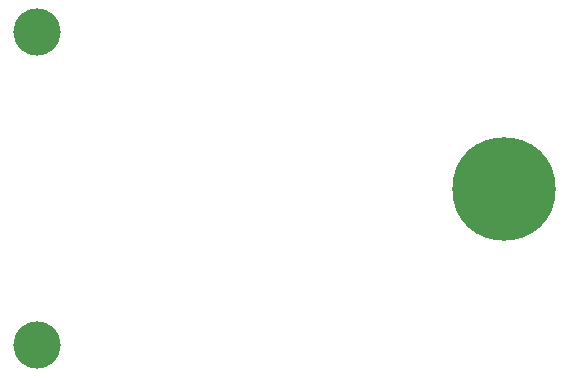
<source format=gts>
G04*
G04 #@! TF.GenerationSoftware,Altium Limited,Altium Designer,19.1.5 (86)*
G04*
G04 Layer_Color=8388736*
%FSLAX25Y25*%
%MOIN*%
G70*
G01*
G75*
%ADD13C,0.15748*%
%ADD14C,0.34449*%
D13*
X-155512Y-52165D02*
D03*
Y52165D02*
D03*
D14*
X0Y0D02*
D03*
M02*

</source>
